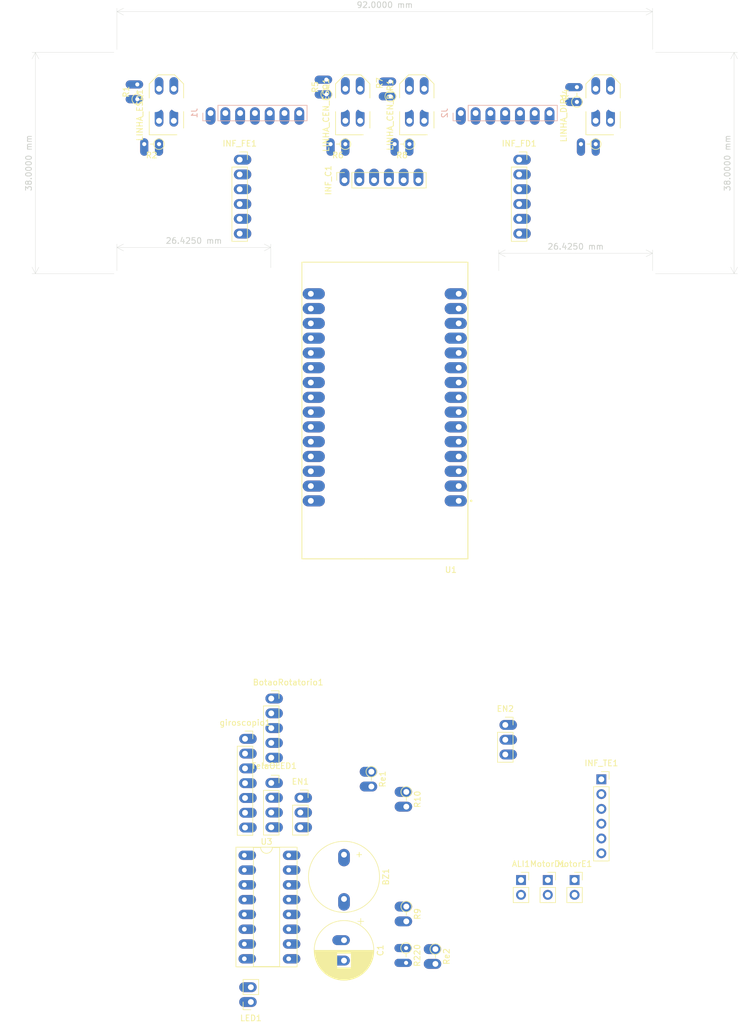
<source format=kicad_pcb>
(kicad_pcb (version 20241229) (generator "pcbnew") (generator_version "9.0")
  (layers (0 "F.Cu" signal) (2 "B.Cu" signal) (13 "F.Paste" user) (15 "B.Paste" user) (5 "F.SilkS" user "F.Silkscreen") (7 "B.SilkS" user "B.Silkscreen") (1 "F.Mask" user) (3 "B.Mask" user) (25 "Edge.Cuts" user))
  (net 0 "")
  (net 1 "KEY")
  (net 2 "S1")
  (net 3 "GND")
  (net 4 "S2")
  (net 5 "OUTE")
  (net 6 "OUTD")
  (net 7 "SDA")
  (net 8 "SCL")
  (net 9 "Net-(LINHA_ESQ1-PadA)")
  (net 10 "LE")
  (net 11 "LD")
  (net 12 "Net-(LINHA_DIR1-PadA)")
  (net 13 "Net-(LINHA_CEN_ESQ1-PadA)")
  (net 14 "CE")
  (net 15 "Net-(LINHA_CEN_DIR1-PadA)")
  (net 16 "CD")
  (net 23 "OUT3")
  (net 24 "IN3")
  (net 25 "IN2")
  (net 26 "IN4")
  (net 27 "IN1")
  (net 28 "OUT2")
  (net 29 "VIN")
  (net 30 "OUT1")
  (net 31 "OUT4")
  (net 33 "INF_FD")
  (net 34 "INF_FE")
  (net 35 "INF_TD")
  (net 36 "INF_TE")
  (net 41 "LED")
  (net 42 "Net-(LED1-Pin_2)")
  (net 43 "BUZZ")
  (net 45 "3.3V")
  (net 46 "Net-(EN2-Pin_1)")
  (net 47 "Net-(EN1-Pin_1)")
  (net 49 "INF_D")
  (footprint "Connector_PinSocket_2.54mm:PinSocket_1x04_P2.54mm_Vertical" (layer "F.Cu") (at 138 156.46)
    (property "Reference" "TelaOLED1" (at 0.5 -2.92 0) (layer "F.SilkS"))
    (property "Value" "Conn_01x04_Socket" (hide yes))
    (pad "1" thru_hole oval (at 0 0) (size 3 1.7) (drill 1 (offset 0.5 0)) (layers "*.Cu" "*.Mask") (net 7 "SDA"))
    (pad "2" thru_hole oval (at 0 2.54) (size 3 1.7) (drill 1 (offset 0.5 0)) (layers "*.Cu" "*.Mask") (net 8 "SCL"))
    (pad "3" thru_hole oval (at 0 5.08) (size 3 1.7) (drill 1 (offset 0.5 0)) (layers "*.Cu" "*.Mask") (net 3 "GND"))
    (pad "4" thru_hole oval (at 0 7.62) (size 3 1.7) (drill 1 (offset 0.5 0)) (layers "*.Cu" "*.Mask") (net 45 "3.3V"))
  )
  (footprint "IFSUL Camaquã:MODULE_ESP32_DEVKIT_V1_30_PIN" (layer "F.Cu") (at 157.5 92.5 180)
    (property "Reference" "U1" (at -11.355 -27.36 0) (layer "F.SilkS"))
    (property "Value" "ESP32-DEVKIT-V1")
    (pad "1" thru_hole oval (at -12.7 -15.515 180) (size 3.81 1.905) (drill 1 (offset 0.508 0)) (layers "*.Cu" "*.Mask") (net 45 "3.3V"))
    (pad "2" thru_hole oval (at -12.7 -12.975 180) (size 3.81 1.905) (drill 1 (offset 0.508 0)) (layers "*.Cu" "*.Mask") (net 3 "GND"))
    (pad "3" thru_hole oval (at -12.7 -10.435 180) (size 3.81 1.905) (drill 1 (offset 0.508 0)) (layers "*.Cu" "*.Mask") (net 2 "S1"))
    (pad "4" thru_hole oval (at -12.7 -7.895 180) (size 3.81 1.905) (drill 1 (offset 0.508 0)) (layers "*.Cu" "*.Mask"))
    (pad "5" thru_hole oval (at -12.7 -5.355 180) (size 3.81 1.905) (drill 1 (offset 0.508 0)) (layers "*.Cu" "*.Mask") (net 4 "S2"))
    (pad "6" thru_hole oval (at -12.7 -2.815 180) (size 3.81 1.905) (drill 1 (offset 0.508 0)) (layers "*.Cu" "*.Mask") (net 35 "INF_TD"))
    (pad "7" thru_hole oval (at -12.7 -0.275 180) (size 3.81 1.905) (drill 1 (offset 0.508 0)) (layers "*.Cu" "*.Mask") (net 25 "IN2"))
    (pad "8" thru_hole oval (at -12.7 2.265 180) (size 3.81 1.905) (drill 1 (offset 0.508 0)) (layers "*.Cu" "*.Mask") (net 24 "IN3"))
    (pad "9" thru_hole oval (at -12.7 4.805 180) (size 3.81 1.905) (drill 1 (offset 0.508 0)) (layers "*.Cu" "*.Mask") (net 11 "LD"))
    (pad "10" thru_hole oval (at -12.7 7.345 180) (size 3.81 1.905) (drill 1 (offset 0.508 0)) (layers "*.Cu" "*.Mask") (net 33 "INF_FD"))
    (pad "11" thru_hole oval (at -12.7 9.885 180) (size 3.81 1.905) (drill 1 (offset 0.508 0)) (layers "*.Cu" "*.Mask") (net 7 "SDA"))
    (pad "12" thru_hole oval (at -12.7 12.425 180) (size 3.81 1.905) (drill 1 (offset 0.508 0)) (layers "*.Cu" "*.Mask"))
    (pad "13" thru_hole oval (at -12.7 14.965 180) (size 3.81 1.905) (drill 1 (offset 0.508 0)) (layers "*.Cu" "*.Mask"))
    (pad "14" thru_hole oval (at -12.7 17.505 180) (size 3.81 1.905) (drill 1 (offset 0.508 0)) (layers "*.Cu" "*.Mask") (net 8 "SCL"))
    (pad "15" thru_hole oval (at -12.7 20.045 180) (size 3.81 1.905) (drill 1 (offset 0.508 0)) (layers "*.Cu" "*.Mask") (net 6 "OUTD"))
    (pad "16" thru_hole oval (at 12.7 20.045 180) (size 3.81 1.905) (drill 1 (offset -0.508 0)) (layers "*.Cu" "*.Mask"))
    (pad "17" thru_hole oval (at 12.7 17.505 180) (size 3.81 1.905) (drill 1 (offset -0.508 0)) (layers "*.Cu" "*.Mask") (net 10 "LE"))
    (pad "18" thru_hole oval (at 12.7 14.965 180) (size 3.81 1.905) (drill 1 (offset -0.508 0)) (layers "*.Cu" "*.Mask") (net 14 "CE"))
    (pad "19" thru_hole oval (at 12.7 12.425 180) (size 3.81 1.905) (drill 1 (offset -0.508 0)) (layers "*.Cu" "*.Mask") (net 34 "INF_FE"))
    (pad "20" thru_hole oval (at 12.7 9.885 180) (size 3.81 1.905) (drill 1 (offset -0.508 0)) (layers "*.Cu" "*.Mask"))
    (pad "21" thru_hole oval (at 12.7 7.345 180) (size 3.81 1.905) (drill 1 (offset -0.508 0)) (layers "*.Cu" "*.Mask") (net 16 "CD"))
    (pad "22" thru_hole oval (at 12.7 4.805 180) (size 3.81 1.905) (drill 1 (offset -0.508 0)) (layers "*.Cu" "*.Mask") (net 5 "OUTE"))
    (pad "23" thru_hole oval (at 12.7 2.265 180) (size 3.81 1.905) (drill 1 (offset -0.508 0)) (layers "*.Cu" "*.Mask") (net 26 "IN4"))
    (pad "24" thru_hole oval (at 12.7 -0.275 180) (size 3.81 1.905) (drill 1 (offset -0.508 0)) (layers "*.Cu" "*.Mask") (net 27 "IN1"))
    (pad "25" thru_hole oval (at 12.7 -2.815 180) (size 3.81 1.905) (drill 1 (offset -0.508 0)) (layers "*.Cu" "*.Mask") (net 36 "INF_TE"))
    (pad "26" thru_hole oval (at 12.7 -5.355 180) (size 3.81 1.905) (drill 1 (offset -0.508 0)) (layers "*.Cu" "*.Mask") (net 1 "KEY"))
    (pad "27" thru_hole oval (at 12.7 -7.895 180) (size 3.81 1.905) (drill 1 (offset -0.508 0)) (layers "*.Cu" "*.Mask") (net 41 "LED"))
    (pad "28" thru_hole oval (at 12.7 -10.435 180) (size 3.81 1.905) (drill 1 (offset -0.508 0)) (layers "*.Cu" "*.Mask") (net 43 "BUZZ"))
    (pad "29" thru_hole oval (at 12.7 -12.975 180) (size 3.81 1.905) (drill 1 (offset -0.508 0)) (layers "*.Cu" "*.Mask") (net 3 "GND"))
    (pad "30" thru_hole oval (at 12.7 -15.515 180) (size 3.81 1.905) (drill 1 (offset -0.508 0)) (layers "*.Cu" "*.Mask") (net 29 "VIN"))
  )
  (footprint "Connector_PinSocket_2.54mm:PinSocket_1x03_P2.54mm_Vertical" (layer "F.Cu") (at 143 159)
    (property "Reference" "EN1" (at 0 -2.77 0) (layer "F.SilkS"))
    (property "Value" "Conn_01x03_Socket")
    (pad "1" thru_hole oval (at 0 0) (size 3 1.7) (drill 1 (offset 0.5 0)) (layers "*.Cu" "*.Mask") (net 5 "OUTE"))
    (pad "2" thru_hole oval (at 0 2.54) (size 3 1.7) (drill 1 (offset 0.5 0)) (layers "*.Cu" "*.Mask") (net 3 "GND"))
    (pad "3" thru_hole oval (at 0 5.08) (size 3 1.7) (drill 1 (offset 0.5 0)) (layers "*.Cu" "*.Mask") (net 45 "3.3V"))
  )
  (footprint "IFSUL Camaquã:OPTO_TCRT5000" (layer "F.Cu") (at 120 40 90)
    (property "Reference" "LINHA_ESQ1" (at -1.76355 -4.57476 90) (layer "F.SilkS") (effects (font (size 1.004126 1.004126))))
    (property "Value" "LINHA_ESQ")
    (pad "" np_thru_hole circle (at -4.65 2.45 90) (size 1 1) (drill 1) (layers "*.Cu" "*.Mask"))
    (pad "" np_thru_hole circle (at 0 -1.9 90) (size 2.5 2.5) (drill 2.5) (layers "*.Cu" "*.Mask"))
    (pad "" np_thru_hole circle (at 0 1.9 90) (size 2.5 2.5) (drill 2.5) (layers "*.Cu" "*.Mask"))
    (pad "A" thru_hole oval (at 2.75 -1.27 90) (size 3 1.5) (drill 1 (offset 0.5 0)) (layers "*.Cu" "*.Mask") (net 9 "Net-(LINHA_ESQ1-PadA)"))
    (pad "CATH" thru_hole oval (at 2.75 1.27 90) (size 3 1.5) (drill 1 (offset 0.5 0)) (layers "*.Cu" "*.Mask") (net 3 "GND"))
    (pad "COLL" thru_hole oval (at -2.75 -1.27 90) (size 3 1.5) (drill 1 (offset 0.5 0)) (layers "*.Cu" "*.Mask") (net 10 "LE"))
    (pad "E" thru_hole oval (at -2.75 1.27 90) (size 3 1.5) (drill 1 (offset 0.5 0)) (layers "*.Cu" "*.Mask") (net 3 "GND"))
  )
  (footprint "Connector_PinSocket_2.54mm:PinSocket_1x06_P2.54mm_Vertical" (layer "F.Cu") (at 180.58 49.42)
    (property "Reference" "INF_FD1" (at 0 -2.77 0) (layer "F.SilkS"))
    (property "Value" "Conn_01x06_Socket")
    (pad "1" thru_hole oval (at 0 0) (size 3 1.7) (drill 1 (offset 0.5 0)) (layers "*.Cu" "*.Mask") (net 45 "3.3V"))
    (pad "2" thru_hole oval (at 0 2.54) (size 3 1.7) (drill 1 (offset 0.5 0)) (layers "*.Cu" "*.Mask") (net 3 "GND"))
    (pad "3" thru_hole oval (at 0 5.08) (size 3 1.7) (drill 1 (offset 0.5 0)) (layers "*.Cu" "*.Mask") (net 8 "SCL"))
    (pad "4" thru_hole oval (at 0 7.62) (size 3 1.7) (drill 1 (offset 0.5 0)) (layers "*.Cu" "*.Mask") (net 7 "SDA"))
    (pad "5" thru_hole oval (at 0 10.16) (size 3 1.7) (drill 1 (offset 0.5 0)) (layers "*.Cu" "*.Mask"))
    (pad "6" thru_hole oval (at 0 12.7) (size 3 1.7) (drill 1 (offset 0.5 0)) (layers "*.Cu" "*.Mask") (net 49 "INF_D"))
  )
  (footprint "Connector_PinSocket_2.54mm:PinSocket_1x06_P2.54mm_Vertical" (layer "F.Cu") (at 132.58 49.42)
    (property "Reference" "INF_FE1" (at 0 -2.77 0) (layer "F.SilkS"))
    (property "Value" "Conn_01x06_Socket")
    (pad "1" thru_hole oval (at 0 0) (size 3 1.7) (drill 1 (offset 0.5 0)) (layers "*.Cu" "*.Mask") (net 45 "3.3V"))
    (pad "2" thru_hole oval (at 0 2.54) (size 3 1.7) (drill 1 (offset 0.5 0)) (layers "*.Cu" "*.Mask") (net 3 "GND"))
    (pad "3" thru_hole oval (at 0 5.08) (size 3 1.7) (drill 1 (offset 0.5 0)) (layers "*.Cu" "*.Mask") (net 8 "SCL"))
    (pad "4" thru_hole oval (at 0 7.62) (size 3 1.7) (drill 1 (offset 0.5 0)) (layers "*.Cu" "*.Mask") (net 7 "SDA"))
    (pad "5" thru_hole oval (at 0 10.16) (size 3 1.7) (drill 1 (offset 0.5 0)) (layers "*.Cu" "*.Mask"))
    (pad "6" thru_hole oval (at 0 12.7) (size 3 1.7) (drill 1 (offset 0.5 0)) (layers "*.Cu" "*.Mask") (net 36 "INF_TE"))
  )
  (footprint "Resistor_THT:R_Axial_DIN0204_L3.6mm_D1.6mm_P2.54mm_Vertical" (layer "F.Cu") (at 161.2 157.995 -90)
    (property "Reference" "R10" (at 1.27 -1.92 90) (layer "F.SilkS"))
    (property "Value" "1K")
    (pad "1" thru_hole oval (at 0 0 270) (size 1.7 3) (drill 1 (offset 0 0.5)) (layers "*.Cu" "*.Mask") (net 46 "Net-(EN2-Pin_1)"))
    (pad "2" thru_hole oval (at 2.54 0 270) (size 1.7 3) (drill 1 (offset 0 0.5)) (layers "*.Cu" "*.Mask") (net 6 "OUTD"))
  )
  (footprint "Package_DIP:CERDIP-16_W7.62mm_SideBrazed_LongPads_Socket" (layer "F.Cu") (at 133.38 168.88)
    (property "Reference" "U3" (at 3.81 -2.33 0) (layer "F.SilkS"))
    (property "Value" "L293D" (hide yes))
    (pad "1" thru_hole oval (at 0 0) (size 3 1.6) (drill 0.8 (offset 0.5 0)) (layers "*.Cu" "*.Mask") (net 45 "3.3V"))
    (pad "2" thru_hole oval (at 0 2.54) (size 3 1.6) (drill 0.8 (offset 0.5 0)) (layers "*.Cu" "*.Mask") (net 27 "IN1"))
    (pad "3" thru_hole oval (at 0 5.08) (size 3 1.6) (drill 0.8 (offset 0.5 0)) (layers "*.Cu" "*.Mask") (net 30 "OUT1"))
    (pad "4" thru_hole oval (at 0 7.62) (size 3 1.6) (drill 0.8 (offset 0.5 0)) (layers "*.Cu" "*.Mask") (net 3 "GND"))
    (pad "5" thru_hole oval (at 0 10.16) (size 3 1.6) (drill 0.8 (offset 0.5 0)) (layers "*.Cu" "*.Mask") (net 3 "GND"))
    (pad "6" thru_hole oval (at 0 12.7) (size 3 1.6) (drill 0.8 (offset 0.5 0)) (layers "*.Cu" "*.Mask") (net 28 "OUT2"))
    (pad "7" thru_hole oval (at 0 15.24) (size 3 1.6) (drill 0.8 (offset 0.5 0)) (layers "*.Cu" "*.Mask") (net 25 "IN2"))
    (pad "8" thru_hole oval (at 0 17.78) (size 3 1.6) (drill 0.8 (offset 0.5 0)) (layers "*.Cu" "*.Mask") (net 29 "VIN"))
    (pad "9" thru_hole oval (at 7.62 17.78) (size 3 1.6) (drill 0.8 (offset 0.5 0)) (layers "*.Cu" "*.Mask") (net 45 "3.3V"))
    (pad "10" thru_hole oval (at 7.62 15.24) (size 3 1.6) (drill 0.8 (offset 0.5 0)) (layers "*.Cu" "*.Mask") (net 24 "IN3"))
    (pad "11" thru_hole oval (at 7.62 12.7) (size 3 1.6) (drill 0.8 (offset 0.5 0)) (layers "*.Cu" "*.Mask") (net 23 "OUT3"))
    (pad "12" thru_hole oval (at 7.62 10.16) (size 3 1.6) (drill 0.8 (offset 0.5 0)) (layers "*.Cu" "*.Mask") (net 3 "GND"))
    (pad "13" thru_hole oval (at 7.62 7.62) (size 3 1.6) (drill 0.8 (offset 0.5 0)) (layers "*.Cu" "*.Mask") (net 3 "GND"))
    (pad "14" thru_hole oval (at 7.62 5.08) (size 3 1.6) (drill 0.8 (offset 0.5 0)) (layers "*.Cu" "*.Mask") (net 31 "OUT4"))
    (pad "15" thru_hole oval (at 7.62 2.54) (size 3 1.6) (drill 0.8 (offset 0.5 0)) (layers "*.Cu" "*.Mask") (net 26 "IN4"))
    (pad "16" thru_hole oval (at 7.62 0) (size 3 1.6) (drill 0.8 (offset 0.5 0)) (layers "*.Cu" "*.Mask") (net 29 "VIN"))
  )
  (footprint "Connector_PinSocket_2.54mm:PinSocket_1x05_P2.54mm_Vertical" (layer "F.Cu") (at 138 141.96)
    (property "Reference" "BotaoRotatorio1" (at 2.9 -2.77 0) (layer "F.SilkS"))
    (property "Value" "Conn_01x05_Socket" (hide yes))
    (pad "1" thru_hole oval (at 0 0) (size 3 1.7) (drill 1 (offset 0.5 0)) (layers "*.Cu" "*.Mask") (net 1 "KEY"))
    (pad "2" thru_hole oval (at 0 2.54) (size 3 1.7) (drill 1 (offset 0.5 0)) (layers "*.Cu" "*.Mask") (net 4 "S2"))
    (pad "3" thru_hole oval (at 0 5.08) (size 3 1.7) (drill 1 (offset 0.5 0)) (layers "*.Cu" "*.Mask") (net 2 "S1"))
    (pad "4" thru_hole oval (at 0 7.62) (size 3 1.7) (drill 1 (offset 0.5 0)) (layers "*.Cu" "*.Mask") (net 3 "GND"))
    (pad "5" thru_hole oval (at 0 10.16) (size 3 1.7) (drill 1 (offset 0.5 0)) (layers "*.Cu" "*.Mask") (net 45 "3.3V"))
  )
  (footprint "Resistor_THT:R_Axial_DIN0204_L3.6mm_D1.6mm_P2.54mm_Vertical" (layer "F.Cu") (at 161.2 177.692677 -90)
    (property "Reference" "R9" (at 1.27 -1.92 90) (layer "F.SilkS"))
    (property "Value" "1K")
    (pad "1" thru_hole oval (at 0 0 270) (size 1.7 3) (drill 1 (offset 0 0.5)) (layers "*.Cu" "*.Mask") (net 47 "Net-(EN1-Pin_1)"))
    (pad "2" thru_hole oval (at 2.54 0 270) (size 1.7 3) (drill 1 (offset 0 0.5)) (layers "*.Cu" "*.Mask") (net 5 "OUTE"))
  )
  (footprint "Connector_PinSocket_2.54mm:PinSocket_1x03_P2.54mm_Vertical" (layer "F.Cu") (at 178.2 146.495)
    (property "Reference" "EN2" (at 0 -2.77 0) (layer "F.SilkS"))
    (property "Value" "Conn_01x03_Socket")
    (pad "1" thru_hole oval (at 0 0) (size 3 1.7) (drill 1 (offset 0.5 0)) (layers "*.Cu" "*.Mask") (net 6 "OUTD"))
    (pad "2" thru_hole oval (at 0 2.54) (size 3 1.7) (drill 1 (offset 0.5 0)) (layers "*.Cu" "*.Mask") (net 3 "GND"))
    (pad "3" thru_hole oval (at 0 5.08) (size 3 1.7) (drill 1 (offset 0.5 0)) (layers "*.Cu" "*.Mask") (net 45 "3.3V"))
  )
  (footprint "IFSUL Camaquã:OPTO_TCRT5000" (layer "F.Cu") (at 163 40 90)
    (property "Reference" "LINHA_CEN_DIR1" (at -1.76355 -4.57476 90) (layer "F.SilkS") (effects (font (size 1.004126 1.004126))))
    (property "Value" "~")
    (pad "" np_thru_hole circle (at -4.65 2.45 90) (size 1 1) (drill 1) (layers "*.Cu" "*.Mask"))
    (pad "" np_thru_hole circle (at 0 -1.9 90) (size 2.5 2.5) (drill 2.5) (layers "*.Cu" "*.Mask"))
    (pad "" np_thru_hole circle (at 0 1.9 90) (size 2.5 2.5) (drill 2.5) (layers "*.Cu" "*.Mask"))
    (pad "A" thru_hole oval (at 2.75 -1.27 90) (size 3 1.5) (drill 1 (offset 0.5 0)) (layers "*.Cu" "*.Mask") (net 15 "Net-(LINHA_CEN_DIR1-PadA)"))
    (pad "CATH" thru_hole oval (at 2.75 1.27 90) (size 3 1.5) (drill 1 (offset 0.5 0)) (layers "*.Cu" "*.Mask") (net 3 "GND"))
    (pad "COLL" thru_hole oval (at -2.75 -1.27 90) (size 3 1.5) (drill 1 (offset 0.5 0)) (layers "*.Cu" "*.Mask") (net 16 "CD"))
    (pad "E" thru_hole oval (at -2.75 1.27 90) (size 3 1.5) (drill 1 (offset 0.5 0)) (layers "*.Cu" "*.Mask") (net 3 "GND"))
  )
  (footprint "Resistor_THT:R_Axial_DIN0204_L3.6mm_D1.6mm_P2.54mm_Vertical" (layer "F.Cu") (at 115 39.04 90)
    (property "Reference" "R1" (at 1.27 -1.92 90) (layer "F.SilkS"))
    (property "Value" "150")
    (pad "1" thru_hole oval (at 0 0 90) (size 1.4 3) (drill 0.7 (offset 0 -0.5)) (layers "*.Cu" "*.Mask") (net 45 "3.3V"))
    (pad "2" thru_hole oval (at 2.54 0 90) (size 1.4 3) (drill 0.7 (offset 0 -0.5)) (layers "*.Cu" "*.Mask") (net 9 "Net-(LINHA_ESQ1-PadA)"))
  )
  (footprint "Resistor_THT:R_Axial_DIN0204_L3.6mm_D1.6mm_P2.54mm_Vertical" (layer "F.Cu") (at 147.4625 38.22 90)
    (property "Reference" "R5" (at 1.27 -1.92 90) (layer "F.SilkS"))
    (property "Value" "150")
    (pad "1" thru_hole oval (at 0 0 90) (size 1.4 3) (drill 0.7 (offset 0 -0.5)) (layers "*.Cu" "*.Mask") (net 45 "3.3V"))
    (pad "2" thru_hole oval (at 2.54 0 90) (size 1.4 3) (drill 0.7 (offset 0 -0.5)) (layers "*.Cu" "*.Mask") (net 13 "Net-(LINHA_CEN_ESQ1-PadA)"))
  )
  (footprint "IFSUL Camaquã:OPTO_TCRT5000" (layer "F.Cu") (at 152 40 90)
    (property "Reference" "LINHA_CEN_ESQ1" (at -1.76355 -4.57476 90) (layer "F.SilkS") (effects (font (size 1.004126 1.004126))))
    (property "Value" "~")
    (pad "" np_thru_hole circle (at -4.65 2.45 90) (size 1 1) (drill 1) (layers "*.Cu" "*.Mask"))
    (pad "" np_thru_hole circle (at 0 -1.9 90) (size 2.5 2.5) (drill 2.5) (layers "*.Cu" "*.Mask"))
    (pad "" np_thru_hole circle (at 0 1.9 90) (size 2.5 2.5) (drill 2.5) (layers "*.Cu" "*.Mask"))
    (pad "A" thru_hole oval (at 2.75 -1.27 90) (size 3 1.5) (drill 1 (offset 0.5 0)) (layers "*.Cu" "*.Mask") (net 13 "Net-(LINHA_CEN_ESQ1-PadA)"))
    (pad "CATH" thru_hole oval (at 2.75 1.27 90) (size 3 1.5) (drill 1 (offset 0.5 0)) (layers "*.Cu" "*.Mask") (net 3 "GND"))
    (pad "COLL" thru_hole oval (at -2.75 -1.27 90) (size 3 1.5) (drill 1 (offset 0.5 0)) (layers "*.Cu" "*.Mask") (net 14 "CE"))
    (pad "E" thru_hole oval (at -2.75 1.27 90) (size 3 1.5) (drill 1 (offset 0.5 0)) (layers "*.Cu" "*.Mask") (net 3 "GND"))
  )
  (footprint "Resistor_THT:R_Axial_DIN0204_L3.6mm_D1.6mm_P2.54mm_Vertical" (layer "F.Cu") (at 155.2 154.535 -90)
    (property "Reference" "Re1" (at 1.27 -1.92 90) (layer "F.SilkS"))
    (property "Value" "2K")
    (pad "1" thru_hole oval (at 0 0 270) (size 1.7 3) (drill 1 (offset 0 0.5)) (layers "*.Cu" "*.Mask") (net 6 "OUTD"))
    (pad "2" thru_hole oval (at 2.54 0 270) (size 1.7 3) (drill 1 (offset 0 0.5)) (layers "*.Cu" "*.Mask") (net 3 "GND"))
  )
  (footprint "Connector_PinSocket_2.54mm:PinSocket_1x02_P2.54mm_Vertical" (layer "F.Cu") (at 185.5 173.135)
    (property "Reference" "MotorD1" (at 0 -2.77 0) (layer "F.SilkS"))
    (property "Value" "Conn_01x02_Socket")
    (pad "1" thru_hole rect (at 0 0) (size 1.7 1.7) (drill 1) (layers "*.Cu" "*.Mask") (net 31 "OUT4"))
    (pad "2" thru_hole circle (at 0 2.54) (size 1.7 1.7) (drill 1) (layers "*.Cu" "*.Mask") (net 23 "OUT3"))
  )
  (footprint "Connector_PinSocket_2.54mm:PinSocket_1x02_P2.54mm_Vertical" (layer "F.Cu") (at 180.9 173.135)
    (property "Reference" "ALI1" (at 0 -2.77 0) (layer "F.SilkS"))
    (property "Value" "Conn_01x02_Socket")
    (pad "1" thru_hole rect (at 0 0) (size 1.7 1.7) (drill 1) (layers "*.Cu" "*.Mask") (net 3 "GND"))
    (pad "2" thru_hole circle (at 0 2.54) (size 1.7 1.7) (drill 1) (layers "*.Cu" "*.Mask") (net 29 "VIN"))
  )
  (footprint "Resistor_THT:R_Axial_DIN0204_L3.6mm_D1.6mm_P2.54mm_Vertical" (layer "F.Cu") (at 118.73 46.75 180)
    (property "Reference" "R2" (at 1.27 -1.92 0) (layer "F.SilkS"))
    (property "Value" "10K")
    (pad "1" thru_hole oval (at 0 0 180) (size 1.4 3) (drill 0.7 (offset 0 -0.5)) (layers "*.Cu" "*.Mask") (net 10 "LE"))
    (pad "2" thru_hole oval (at 2.54 0 180) (size 1.4 3) (drill 0.7 (offset 0 -0.5)) (layers "*.Cu" "*.Mask") (net 45 "3.3V"))
  )
  (footprint "Buzzer_Beeper:Buzzer_12x9.5RM7.6" (layer "F.Cu") (at 150.5 168.78 -90)
    (property "Reference" "BZ1" (at 3.8 -7.2 90) (layer "F.SilkS"))
    (property "Value" "Buzzer" (hide yes))
    (fp_text user "+" (at -0.01 -2.54 90) (layer "F.SilkS"))
    (pad "1" thru_hole oval (at 0 0 270) (size 3 2) (drill 1 (offset 0.5 0)) (layers "*.Cu" "*.Mask") (net 43 "BUZZ"))
    (pad "2" thru_hole oval (at 7.6 0 270) (size 3 2) (drill 1 (offset 0.5 0)) (layers "*.Cu" "*.Mask") (net 3 "GND"))
  )
  (footprint "Resistor_THT:R_Axial_DIN0204_L3.6mm_D1.6mm_P2.54mm_Vertical" (layer "F.Cu") (at 158.4625 38.54 90)
    (property "Reference" "R7" (at 2.27 -1.840159 90) (layer "F.SilkS"))
    (property "Value" "150")
    (pad "1" thru_hole oval (at 0 0 90) (size 1.4 3) (drill 0.7 (offset 0 -0.5)) (layers "*.Cu" "*.Mask") (net 45 "3.3V"))
    (pad "2" thru_hole oval (at 2.54 0 90) (size 1.4 3) (drill 0.7 (offset 0 -0.5)) (layers "*.Cu" "*.Mask") (net 15 "Net-(LINHA_CEN_DIR1-PadA)"))
  )
  (footprint "Resistor_THT:R_Axial_DIN0204_L3.6mm_D1.6mm_P2.54mm_Vertical" (layer "F.Cu") (at 193.73 46.75 180)
    (property "Reference" "R3" (hide yes))
    (property "Value" "10K")
    (pad "1" thru_hole oval (at 0 0 180) (size 1.4 3) (drill 0.7 (offset 0 -0.5)) (layers "*.Cu" "*.Mask") (net 11 "LD"))
    (pad "2" thru_hole oval (at 2.54 0 180) (size 1.4 3) (drill 0.7 (offset 0 -0.5)) (layers "*.Cu" "*.Mask") (net 45 "3.3V"))
  )
  (footprint "Connector_PinSocket_2.54mm:PinSocket_1x06_P2.54mm_Vertical" (layer "F.Cu") (at 194.7 155.835)
    (property "Reference" "INF_TE1" (at 0 -2.77 0) (layer "F.SilkS"))
    (property "Value" "Conn_01x06_Socket")
    (pad "1" thru_hole rect (at 0 0) (size 1.7 1.7) (drill 1) (layers "*.Cu" "*.Mask") (net 45 "3.3V"))
    (pad "2" thru_hole circle (at 0 2.54) (size 1.7 1.7) (drill 1) (layers "*.Cu" "*.Mask") (net 3 "GND"))
    (pad "3" thru_hole circle (at 0 5.08) (size 1.7 1.7) (drill 1) (layers "*.Cu" "*.Mask") (net 8 "SCL"))
    (pad "4" thru_hole circle (at 0 7.62) (size 1.7 1.7) (drill 1) (layers "*.Cu" "*.Mask") (net 7 "SDA"))
    (pad "5" thru_hole circle (at 0 10.16) (size 1.7 1.7) (drill 1) (layers "*.Cu" "*.Mask"))
    (pad "6" thru_hole circle (at 0 12.7) (size 1.7 1.7) (drill 1) (layers "*.Cu" "*.Mask") (net 34 "INF_FE"))
  )
  (footprint "Capacitor_THT:CP_Radial_D10.0mm_P3.50mm" (layer "F.Cu") (at 150.5 183.462323 -90)
    (property "Reference" "C1" (at 1.75 -6.25 90) (layer "F.SilkS"))
    (property "Value" "C")
    (pad "1" thru_hole oval (at 0 0 270) (size 1.7 3) (drill 1 (offset 0 0.5)) (layers "*.Cu" "*.Mask") (net 3 "GND"))
    (pad "2" thru_hole oval (at 3.5 0 270) (size 1.7 3) (drill 1 (offset 0 0.5)) (layers "*.Cu" "*.Mask") (net 29 "VIN"))
  )
  (footprint "Resistor_THT:R_Axial_DIN0204_L3.6mm_D1.6mm_P2.54mm_Vertical" (layer "F.Cu") (at 161.73 46.75 180)
    (property "Reference" "R8" (at 1.27 -1.92 0) (layer "F.SilkS"))
    (property "Value" "10K")
    (pad "1" thru_hole oval (at 0 0 180) (size 1.4 3) (drill 0.7 (offset 0 -0.5)) (layers "*.Cu" "*.Mask") (net 16 "CD"))
    (pad "2" thru_hole oval (at 2.54 0 180) (size 1.4 3) (drill 0.7 (offset 0 -0.5)) (layers "*.Cu" "*.Mask") (net 45 "3.3V"))
  )
  (footprint "Connector_PinSocket_2.54mm:PinSocket_1x07_P2.54mm_Vertical" (layer "F.Cu") (at 133.5 148.88)
    (property "Reference" "giroscopio1" (at 0 -2.77 0) (layer "F.SilkS"))
    (property "Value" "Conn_01x07_Socket" (hide yes))
    (pad "1" thru_hole oval (at 0 0) (size 3 1.7) (drill 1 (offset 0.5 0)) (layers "*.Cu" "*.Mask"))
    (pad "2" thru_hole oval (at 0 2.54) (size 3 1.7) (drill 1 (offset 0.5 0)) (layers "*.Cu" "*.Mask"))
    (pad "3" thru_hole oval (at 0 5.08) (size 3 1.7) (drill 1 (offset 0.5 0)) (layers "*.Cu" "*.Mask") (net 7 "SDA"))
    (pad "4" thru_hole oval (at 0 7.62) (size 3 1.7) (drill 1 (offset 0.5 0)) (layers "*.Cu" "*.Mask") (net 8 "SCL"))
    (pad "5" thru_hole oval (at 0 10.16) (size 3 1.7) (drill 1 (offset 0.5 0)) (layers "*.Cu" "*.Mask") (net 3 "GND"))
    (pad "6" thru_hole oval (at 0 12.7) (size 3 1.7) (drill 1 (offset 0.5 0)) (layers "*.Cu" "*.Mask"))
    (pad "7" thru_hole oval (at 0 15.24) (size 3 1.7) (drill 1 (offset 0.5 0)) (layers "*.Cu" "*.Mask") (net 45 "3.3V"))
  )
  (footprint "IFSUL Camaquã:OPTO_TCRT5000" (layer "F.Cu") (at 195 40 90)
    (property "Reference" "LINHA_DIR1" (at -2.176298 -6.77 90) (layer "F.SilkS") (effects (font (size 1.004126 1.004126))))
    (property "Value" "~" (hide yes))
    (pad "" np_thru_hole circle (at -4.65 2.45 90) (size 1 1) (drill 1) (layers "*.Cu" "*.Mask"))
    (pad "" np_thru_hole circle (at 0 -1.9 90) (size 2.5 2.5) (drill 2.5) (layers "*.Cu" "*.Mask"))
    (pad "" np_thru_hole circle (at 0 1.9 90) (size 2.5 2.5) (drill 2.5) (layers "*.Cu" "*.Mask"))
    (pad "A" thru_hole oval (at 2.75 -1.27 90) (size 3 1.5) (drill 1 (offset 0.5 0)) (layers "*.Cu" "*.Mask") (net 12 "Net-(LINHA_DIR1-PadA)"))
    (pad "CATH" thru_hole oval (at 2.75 1.27 90) (size 3 1.5) (drill 1 (offset 0.5 0)) (layers "*.Cu" "*.Mask") (net 3 "GND"))
    (pad "COLL" thru_hole oval (at -2.75 -1.27 90) (size 3 1.5) (drill 1 (offset 0.5 0)) (layers "*.Cu" "*.Mask") (net 11 "LD"))
    (pad "E" thru_hole oval (at -2.75 1.27 90) (size 3 1.5) (drill 1 (offset 0.5 0)) (layers "*.Cu" "*.Mask") (net 3 "GND"))
  )
  (footprint "Resistor_THT:R_Axial_DIN0204_L3.6mm_D1.6mm_P2.54mm_Vertical" (layer "F.Cu") (at 150.73 46.75 180)
    (property "Reference" "R6" (at 1.27 -1.92 0) (layer "F.SilkS"))
    (property "Value" "10K")
    (pad "1" thru_hole oval (at 0 0 180) (size 1.4 3) (drill 0.7 (offset 0 -0.5)) (layers "*.Cu" "*.Mask") (net 14 "CE"))
    (pad "2" thru_hole oval (at 2.54 0 180) (size 1.4 3) (drill 0.7 (offset 0 -0.5)) (layers "*.Cu" "*.Mask") (net 45 "3.3V"))
  )
  (footprint "Resistor_THT:R_Axial_DIN0204_L3.6mm_D1.6mm_P2.54mm_Vertical" (layer "F.Cu") (at 166.2 184.995 -90)
    (property "Reference" "Re2" (at 1.27 -1.92 90) (layer "F.SilkS"))
    (property "Value" "2K")
    (pad "1" thru_hole oval (at 0 0 270) (size 1.7 3) (drill 1 (offset 0 0.5)) (layers "*.Cu" "*.Mask") (net 5 "OUTE"))
    (pad "2" thru_hole oval (at 2.54 0 270) (size 1.7 3) (drill 1 (offset 0 0.5)) (layers "*.Cu" "*.Mask") (net 3 "GND"))
  )
  (footprint "Connector_PinSocket_2.54mm:PinSocket_1x02_P2.54mm_Vertical" (layer "F.Cu") (at 134.5 194.08 180)
    (property "Reference" "LED1" (at 0 -2.77 0) (layer "F.SilkS"))
    (property "Value" "Conn_01x02_Socket" (hide yes))
    (pad "1" thru_hole oval (at 0 0 180) (size 3 1.7) (drill 1 (offset 0.5 0)) (layers "*.Cu" "*.Mask") (net 3 "GND"))
    (pad "2" thru_hole oval (at 0 2.54 180) (size 3 1.7) (drill 1 (offset 0.5 0)) (layers "*.Cu" "*.Mask") (net 42 "Net-(LED1-Pin_2)"))
  )
  (footprint "Resistor_THT:R_Axial_DIN0204_L3.6mm_D1.6mm_P2.54mm_Vertical" (layer "F.Cu") (at 161.1625 184.815 -90)
    (property "Reference" "R220" (at 1.27 -1.92 90) (layer "F.SilkS"))
    (property "Value" "R")
    (pad "1" thru_hole oval (at 0 0 270) (size 1.4 3) (drill 0.7 (offset 0 0.5)) (layers "*.Cu" "*.Mask") (net 42 "Net-(LED1-Pin_2)"))
    (pad "2" thru_hole oval (at 2.54 0 270) (size 1.4 3) (drill 0.7 (offset 0 0.5)) (layers "*.Cu" "*.Mask") (net 41 "LED"))
  )
  (footprint "Connector_PinSocket_2.54mm:PinSocket_1x06_P2.54mm_Vertical" (layer "F.Cu") (at 150.58 52.96 90)
    (property "Reference" "INF_C1" (at 0 -2.77 90) (layer "F.SilkS"))
    (property "Value" "Conn_01x06_Socket")
    (pad "1" thru_hole oval (at 0 0 90) (size 3 1.7) (drill 1 (offset 0.5 0)) (layers "*.Cu" "*.Mask") (net 45 "3.3V"))
    (pad "2" thru_hole oval (at 0 2.54 90) (size 3 1.7) (drill 1 (offset 0.5 0)) (layers "*.Cu" "*.Mask") (net 3 "GND"))
    (pad "3" thru_hole oval (at 0 5.08 90) (size 3 1.7) (drill 1 (offset 0.5 0)) (layers "*.Cu" "*.Mask") (net 8 "SCL"))
    (pad "4" thru_hole oval (at 0 7.62 90) (size 3 1.7) (drill 1 (offset 0.5 0)) (layers "*.Cu" "*.Mask") (net 7 "SDA"))
    (pad "5" thru_hole oval (at 0 10.16 90) (size 3 1.7) (drill 1 (offset 0.5 0)) (layers "*.Cu" "*.Mask"))
    (pad "6" thru_hole oval (at 0 12.7 90) (size 3 1.7) (drill 1 (offset 0.5 0)) (layers "*.Cu" "*.Mask") (net 33 "INF_FD"))
  )
  (footprint "Resistor_THT:R_Axial_DIN0204_L3.6mm_D1.6mm_P2.54mm_Vertical" (layer "F.Cu") (at 190.5 39.509076 90)
    (property "Reference" "R4" (at 1.27 -1.92 90) (layer "F.SilkS"))
    (property "Value" "150")
    (pad "1" thru_hole oval (at 0 0 90) (size 1.4 3) (drill 0.7 (offset 0 -0.5)) (layers "*.Cu" "*.Mask") (net 45 "3.3V"))
    (pad "2" thru_hole oval (at 2.54 0 90) (size 1.4 3) (drill 0.7 (offset 0 -0.5)) (layers "*.Cu" "*.Mask") (net 12 "Net-(LINHA_DIR1-PadA)"))
  )
  (footprint "Connector_PinSocket_2.54mm:PinSocket_1x02_P2.54mm_Vertical" (layer "F.Cu") (at 190.1 173.135)
    (property "Reference" "MotorE1" (at 0 -2.77 0) (layer "F.SilkS"))
    (property "Value" "Conn_01x02_Socket")
    (pad "1" thru_hole rect (at 0 0) (size 1.7 1.7) (drill 1) (layers "*.Cu" "*.Mask") (net 28 "OUT2"))
    (pad "2" thru_hole circle (at 0 2.54) (size 1.7 1.7) (drill 1) (layers "*.Cu" "*.Mask") (net 30 "OUT1"))
  )
  (footprint "Connector_PinSocket_2.54mm:PinSocket_1x07_P2.54mm_Vertical" (layer "B.Cu") (at 170.56 41.42 -90)
    (property "Reference" "J2" (at 0 2.77 90) (layer "B.SilkS") (effects (justify mirror)))
    (property "Value" "Conn_01x07_Socket")
    (pad "1" thru_hole oval (at 0 0 270) (size 3 1.7) (drill 1 (offset 0.5 0)) (layers "*.Cu" "*.Mask"))
    (pad "2" thru_hole oval (at 0 -2.54 270) (size 3 1.7) (drill 1 (offset 0.5 0)) (layers "*.Cu" "*.Mask") (net 7 "SDA"))
    (pad "3" thru_hole oval (at 0 -5.08 270) (size 3 1.7) (drill 1 (offset 0.5 0)) (layers "*.Cu" "*.Mask") (net 8 "SCL"))
    (pad "4" thru_hole oval (at 0 -7.62 270) (size 3 1.7) (drill 1 (offset 0.5 0)) (layers "*.Cu" "*.Mask") (net 45 "3.3V"))
    (pad "5" thru_hole oval (at 0 -10.16 270) (size 3 1.7) (drill 1 (offset 0.5 0)) (layers "*.Cu" "*.Mask") (net 3 "GND"))
    (pad "6" thru_hole oval (at 0 -12.7 270) (size 3 1.7) (drill 1 (offset 0.5 0)) (layers "*.Cu" "*.Mask"))
    (pad "7" thru_hole oval (at 0 -15.24 270) (size 3 1.7) (drill 1 (offset 0.5 0)) (layers "*.Cu" "*.Mask"))
  )
  (footprint "Connector_PinSocket_2.54mm:PinSocket_1x07_P2.54mm_Vertical" (layer "B.Cu") (at 127.58 41.42 -90)
    (property "Reference" "J1" (at 0 2.77 90) (layer "B.SilkS") (effects (justify mirror)))
    (property "Value" "Conn_01x07_Socket")
    (pad "1" thru_hole oval (at 0 0 270) (size 3 1.7) (drill 1 (offset 0.5 0)) (layers "*.Cu" "*.Mask"))
    (pad "2" thru_hole oval (at 0 -2.54 270) (size 3 1.7) (drill 1 (offset 0.5 0)) (layers "*.Cu" "*.Mask") (net 7 "SDA"))
    (pad "3" thru_hole oval (at 0 -5.08 270) (size 3 1.7) (drill 1 (offset 0.5 0)) (layers "*.Cu" "*.Mask") (net 8 "SCL"))
    (pad "4" thru_hole oval (at 0 -7.62 270) (size 3 1.7) (drill 1 (offset 0.5 0)) (layers "*.Cu" "*.Mask") (net 45 "3.3V"))
    (pad "5" thru_hole oval (at 0 -10.16 270) (size 3 1.7) (drill 1 (offset 0.5 0)) (layers "*.Cu" "*.Mask") (net 3 "GND"))
    (pad "6" thru_hole oval (at 0 -12.7 270) (size 3 1.7) (drill 1 (offset 0.5 0)) (layers "*.Cu" "*.Mask"))
    (pad "7" thru_hole oval (at 0 -15.24 270) (size 3 1.7) (drill 1 (offset 0.5 0)) (layers "*.Cu" "*.Mask"))
  )
  (dimension (type orthogonal) (layer "Edge.Cuts") (pts (xy 203.5 69) (xy 177.075 69)) (height -3.5) (orientation 0) (format (prefix "") (suffix "") (units 3) (units_format 1) (precision 4)) (style (thickness 0.05) (arrow_length 1.27) (text_position_mode 0) (arrow_direction outward) (extension_height 0.58642) (extension_offset 0.5) (keep_text_aligned yes)) (gr_text "26,4250 mm" (at 190.2875 64.35 0) (layer "Edge.Cuts") (effects (font (size 1 1) (thickness 0.15)))))
  (dimension (type orthogonal) (layer "Edge.Cuts") (pts (xy 111.5 31) (xy 111.5 69)) (height -14) (orientation 1) (format (prefix "") (suffix "") (units 3) (units_format 1) (precision 4)) (style (thickness 0.05) (arrow_length 1.27) (text_position_mode 0) (arrow_direction outward) (extension_height 0.58642) (extension_offset 0.5) (keep_text_aligned yes)) (gr_text "38,0000 mm" (at 96.35 50 90) (layer "Edge.Cuts") (effects (font (size 1 1) (thickness 0.15)))))
  (dimension (type orthogonal) (layer "Edge.Cuts") (pts (xy 111.5 69) (xy 137.925 68.5)) (height -4.5) (orientation 0) (format (prefix "") (suffix "") (units 3) (units_format 1) (precision 4)) (style (thickness 0.05) (arrow_length 1.27) (text_position_mode 0) (arrow_direction outward) (extension_height 0.58642) (extension_offset 0.5) (keep_text_aligned yes)) (gr_text "26,4250 mm" (at 124.7125 63.35 0) (layer "Edge.Cuts") (effects (font (size 1 1) (thickness 0.15)))))
  (dimension (type orthogonal) (layer "Edge.Cuts") (pts (xy 203.5 31) (xy 203.5 69)) (height 14) (orientation 1) (format (prefix "") (suffix "") (units 3) (units_format 1) (precision 4)) (style (thickness 0.05) (arrow_length 1.27) (text_position_mode 0) (arrow_direction outward) (extension_height 0.58642) (extension_offset 0.5) (keep_text_aligned yes)) (gr_text "38,0000 mm" (at 216.35 50 90) (layer "Edge.Cuts") (effects (font (size 1 1) (thickness 0.15)))))
  (dimension (type orthogonal) (layer "Edge.Cuts") (pts (xy 111.5 31) (xy 203.5 31)) (height -7) (orientation 0) (format (prefix "") (suffix "") (units 3) (units_format 1) (precision 4)) (style (thickness 0.05) (arrow_length 1.27) (text_position_mode 0) (arrow_direction outward) (extension_height 0.58642) (extension_offset 0.5) (keep_text_aligned yes)) (gr_text "92,0000 mm" (at 157.5 22.85 0) (layer "Edge.Cuts") (effects (font (size 1 1) (thickness 0.15)))))
)
</source>
